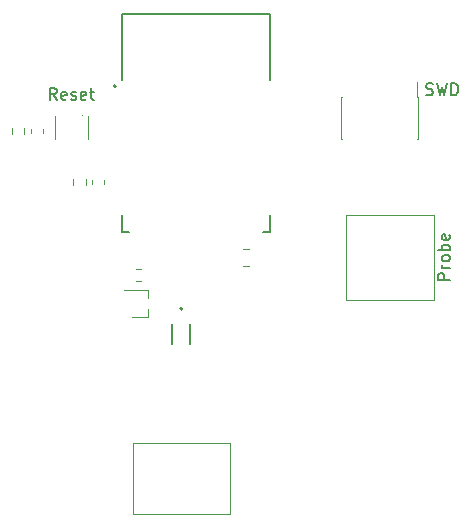
<source format=gbr>
%TF.GenerationSoftware,KiCad,Pcbnew,5.1.7-a382d34a8~88~ubuntu18.04.1*%
%TF.CreationDate,2022-12-18T16:02:27-05:00*%
%TF.ProjectId,project-nrf-leak-detector,70726f6a-6563-4742-9d6e-72662d6c6561,rev?*%
%TF.SameCoordinates,Original*%
%TF.FileFunction,Legend,Top*%
%TF.FilePolarity,Positive*%
%FSLAX46Y46*%
G04 Gerber Fmt 4.6, Leading zero omitted, Abs format (unit mm)*
G04 Created by KiCad (PCBNEW 5.1.7-a382d34a8~88~ubuntu18.04.1) date 2022-12-18 16:02:27*
%MOMM*%
%LPD*%
G01*
G04 APERTURE LIST*
%ADD10C,0.150000*%
%ADD11C,0.120000*%
%ADD12C,0.200000*%
%ADD13C,0.127000*%
%ADD14C,0.100000*%
G04 APERTURE END LIST*
D10*
X73252380Y-52604761D02*
X72252380Y-52604761D01*
X72252380Y-52223809D01*
X72300000Y-52128571D01*
X72347619Y-52080952D01*
X72442857Y-52033333D01*
X72585714Y-52033333D01*
X72680952Y-52080952D01*
X72728571Y-52128571D01*
X72776190Y-52223809D01*
X72776190Y-52604761D01*
X73252380Y-51604761D02*
X72585714Y-51604761D01*
X72776190Y-51604761D02*
X72680952Y-51557142D01*
X72633333Y-51509523D01*
X72585714Y-51414285D01*
X72585714Y-51319047D01*
X73252380Y-50842857D02*
X73204761Y-50938095D01*
X73157142Y-50985714D01*
X73061904Y-51033333D01*
X72776190Y-51033333D01*
X72680952Y-50985714D01*
X72633333Y-50938095D01*
X72585714Y-50842857D01*
X72585714Y-50700000D01*
X72633333Y-50604761D01*
X72680952Y-50557142D01*
X72776190Y-50509523D01*
X73061904Y-50509523D01*
X73157142Y-50557142D01*
X73204761Y-50604761D01*
X73252380Y-50700000D01*
X73252380Y-50842857D01*
X73252380Y-50080952D02*
X72252380Y-50080952D01*
X72633333Y-50080952D02*
X72585714Y-49985714D01*
X72585714Y-49795238D01*
X72633333Y-49700000D01*
X72680952Y-49652380D01*
X72776190Y-49604761D01*
X73061904Y-49604761D01*
X73157142Y-49652380D01*
X73204761Y-49700000D01*
X73252380Y-49795238D01*
X73252380Y-49985714D01*
X73204761Y-50080952D01*
X73204761Y-48795238D02*
X73252380Y-48890476D01*
X73252380Y-49080952D01*
X73204761Y-49176190D01*
X73109523Y-49223809D01*
X72728571Y-49223809D01*
X72633333Y-49176190D01*
X72585714Y-49080952D01*
X72585714Y-48890476D01*
X72633333Y-48795238D01*
X72728571Y-48747619D01*
X72823809Y-48747619D01*
X72919047Y-49223809D01*
X71242857Y-36904761D02*
X71385714Y-36952380D01*
X71623809Y-36952380D01*
X71719047Y-36904761D01*
X71766666Y-36857142D01*
X71814285Y-36761904D01*
X71814285Y-36666666D01*
X71766666Y-36571428D01*
X71719047Y-36523809D01*
X71623809Y-36476190D01*
X71433333Y-36428571D01*
X71338095Y-36380952D01*
X71290476Y-36333333D01*
X71242857Y-36238095D01*
X71242857Y-36142857D01*
X71290476Y-36047619D01*
X71338095Y-36000000D01*
X71433333Y-35952380D01*
X71671428Y-35952380D01*
X71814285Y-36000000D01*
X72147619Y-35952380D02*
X72385714Y-36952380D01*
X72576190Y-36238095D01*
X72766666Y-36952380D01*
X73004761Y-35952380D01*
X73385714Y-36952380D02*
X73385714Y-35952380D01*
X73623809Y-35952380D01*
X73766666Y-36000000D01*
X73861904Y-36095238D01*
X73909523Y-36190476D01*
X73957142Y-36380952D01*
X73957142Y-36523809D01*
X73909523Y-36714285D01*
X73861904Y-36809523D01*
X73766666Y-36904761D01*
X73623809Y-36952380D01*
X73385714Y-36952380D01*
X39961904Y-37352380D02*
X39628571Y-36876190D01*
X39390476Y-37352380D02*
X39390476Y-36352380D01*
X39771428Y-36352380D01*
X39866666Y-36400000D01*
X39914285Y-36447619D01*
X39961904Y-36542857D01*
X39961904Y-36685714D01*
X39914285Y-36780952D01*
X39866666Y-36828571D01*
X39771428Y-36876190D01*
X39390476Y-36876190D01*
X40771428Y-37304761D02*
X40676190Y-37352380D01*
X40485714Y-37352380D01*
X40390476Y-37304761D01*
X40342857Y-37209523D01*
X40342857Y-36828571D01*
X40390476Y-36733333D01*
X40485714Y-36685714D01*
X40676190Y-36685714D01*
X40771428Y-36733333D01*
X40819047Y-36828571D01*
X40819047Y-36923809D01*
X40342857Y-37019047D01*
X41200000Y-37304761D02*
X41295238Y-37352380D01*
X41485714Y-37352380D01*
X41580952Y-37304761D01*
X41628571Y-37209523D01*
X41628571Y-37161904D01*
X41580952Y-37066666D01*
X41485714Y-37019047D01*
X41342857Y-37019047D01*
X41247619Y-36971428D01*
X41200000Y-36876190D01*
X41200000Y-36828571D01*
X41247619Y-36733333D01*
X41342857Y-36685714D01*
X41485714Y-36685714D01*
X41580952Y-36733333D01*
X42438095Y-37304761D02*
X42342857Y-37352380D01*
X42152380Y-37352380D01*
X42057142Y-37304761D01*
X42009523Y-37209523D01*
X42009523Y-36828571D01*
X42057142Y-36733333D01*
X42152380Y-36685714D01*
X42342857Y-36685714D01*
X42438095Y-36733333D01*
X42485714Y-36828571D01*
X42485714Y-36923809D01*
X42009523Y-37019047D01*
X42771428Y-36685714D02*
X43152380Y-36685714D01*
X42914285Y-36352380D02*
X42914285Y-37209523D01*
X42961904Y-37304761D01*
X43057142Y-37352380D01*
X43152380Y-37352380D01*
D11*
%TO.C,LS1*%
X54600000Y-66400000D02*
X54600000Y-72400000D01*
X46400000Y-66400000D02*
X46400000Y-72400000D01*
X54600000Y-72400000D02*
X46400000Y-72400000D01*
X46400000Y-66400000D02*
X54600000Y-66400000D01*
%TO.C,R3*%
X42422500Y-44062742D02*
X42422500Y-44537258D01*
X41377500Y-44062742D02*
X41377500Y-44537258D01*
%TO.C,C3*%
X44010000Y-44440580D02*
X44010000Y-44159420D01*
X42990000Y-44440580D02*
X42990000Y-44159420D01*
D12*
%TO.C,U1*%
X45000000Y-36200000D02*
G75*
G03*
X45000000Y-36200000I-100000J0D01*
G01*
D13*
X45500000Y-30050000D02*
X58000000Y-30050000D01*
X45500000Y-48550000D02*
X45500000Y-47100000D01*
X45500000Y-35650000D02*
X45500000Y-30050000D01*
X58000000Y-48550000D02*
X57445000Y-48550000D01*
X46055000Y-48550000D02*
X45500000Y-48550000D01*
X58000000Y-48550000D02*
X58000000Y-47100000D01*
X58000000Y-30050000D02*
X58000000Y-35650000D01*
D14*
%TO.C,S1*%
X42600000Y-38700000D02*
X42600000Y-40700000D01*
X39800000Y-38700000D02*
X39800000Y-40700000D01*
X42150000Y-38684000D02*
G75*
G03*
X42150000Y-38684000I-50000J0D01*
G01*
D11*
%TO.C,R2*%
X46662742Y-51677500D02*
X47137258Y-51677500D01*
X46662742Y-52722500D02*
X47137258Y-52722500D01*
%TO.C,R1*%
X36177500Y-40237258D02*
X36177500Y-39762742D01*
X37222500Y-40237258D02*
X37222500Y-39762742D01*
%TO.C,Q1*%
X47730000Y-55100000D02*
X47730000Y-55760000D01*
X47730000Y-53440000D02*
X47730000Y-54100000D01*
X47730000Y-53440000D02*
X45700000Y-53440000D01*
X46320000Y-55760000D02*
X47730000Y-55760000D01*
%TO.C,J2*%
X71900000Y-50700000D02*
X71900000Y-54300000D01*
X71900000Y-54300000D02*
X64500000Y-54300000D01*
X64500000Y-54300000D02*
X64500000Y-47100000D01*
X64500000Y-47100000D02*
X71900000Y-47100000D01*
X71900000Y-47100000D02*
X71900000Y-50700000D01*
%TO.C,J1*%
X70535000Y-37135000D02*
X70535000Y-40665000D01*
X64065000Y-37135000D02*
X64065000Y-40665000D01*
X70470000Y-35810000D02*
X70470000Y-37135000D01*
X70535000Y-37135000D02*
X70470000Y-37135000D01*
X70535000Y-40665000D02*
X70470000Y-40665000D01*
X64130000Y-37135000D02*
X64065000Y-37135000D01*
X64130000Y-40665000D02*
X64065000Y-40665000D01*
D12*
%TO.C,D1*%
X50600000Y-55050000D02*
G75*
G03*
X50600000Y-55050000I-100000J0D01*
G01*
D13*
X49730000Y-56300000D02*
X49730000Y-58000000D01*
X51270000Y-56300000D02*
X51270000Y-58000000D01*
D11*
%TO.C,C2*%
X55738748Y-49965000D02*
X56261252Y-49965000D01*
X55738748Y-51435000D02*
X56261252Y-51435000D01*
%TO.C,C1*%
X38810000Y-39859420D02*
X38810000Y-40140580D01*
X37790000Y-39859420D02*
X37790000Y-40140580D01*
%TD*%
M02*

</source>
